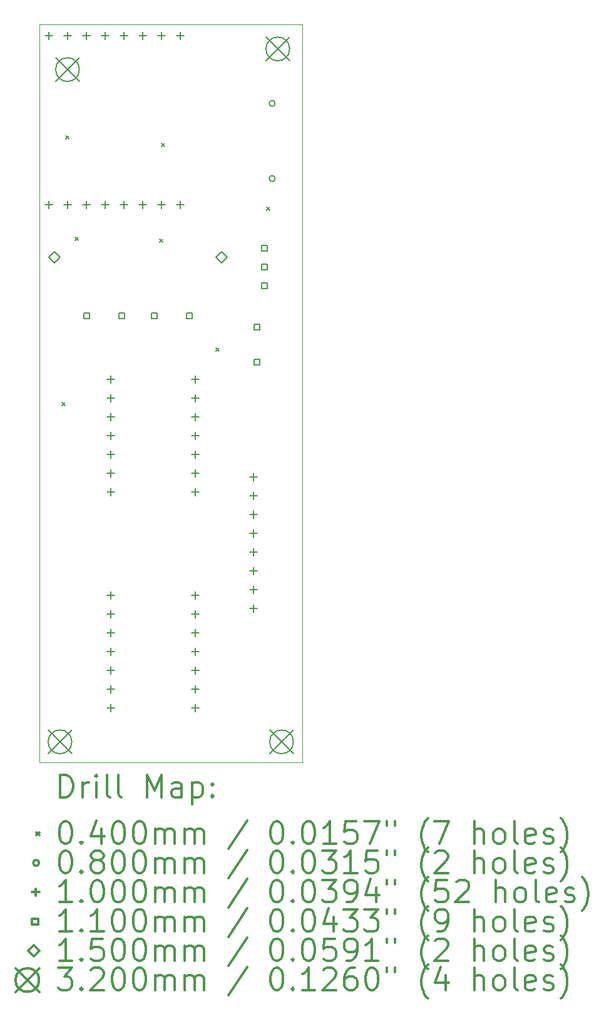
<source format=gbr>
%FSLAX45Y45*%
G04 Gerber Fmt 4.5, Leading zero omitted, Abs format (unit mm)*
G04 Created by KiCad (PCBNEW (5.1.10)-1) date 2021-07-28 16:17:07*
%MOMM*%
%LPD*%
G01*
G04 APERTURE LIST*
%TA.AperFunction,Profile*%
%ADD10C,0.050000*%
%TD*%
%ADD11C,0.200000*%
%ADD12C,0.300000*%
G04 APERTURE END LIST*
D10*
X4572000Y-5054600D02*
X1016000Y-5054600D01*
X4572000Y-15036800D02*
X4572000Y-5054600D01*
X1016000Y-15036800D02*
X4572000Y-15036800D01*
X1016000Y-5054600D02*
X1016000Y-15036800D01*
D11*
X1326200Y-10165400D02*
X1366200Y-10205400D01*
X1366200Y-10165400D02*
X1326200Y-10205400D01*
X1377000Y-6558600D02*
X1417000Y-6598600D01*
X1417000Y-6558600D02*
X1377000Y-6598600D01*
X1504000Y-7930200D02*
X1544000Y-7970200D01*
X1544000Y-7930200D02*
X1504000Y-7970200D01*
X2647000Y-7955600D02*
X2687000Y-7995600D01*
X2687000Y-7955600D02*
X2647000Y-7995600D01*
X2672400Y-6660200D02*
X2712400Y-6700200D01*
X2712400Y-6660200D02*
X2672400Y-6700200D01*
X3409000Y-9428800D02*
X3449000Y-9468800D01*
X3449000Y-9428800D02*
X3409000Y-9468800D01*
X4094800Y-7523800D02*
X4134800Y-7563800D01*
X4134800Y-7523800D02*
X4094800Y-7563800D01*
X4205600Y-6121400D02*
G75*
G03*
X4205600Y-6121400I-40000J0D01*
G01*
X4205600Y-7137400D02*
G75*
G03*
X4205600Y-7137400I-40000J0D01*
G01*
X1143000Y-5157000D02*
X1143000Y-5257000D01*
X1093000Y-5207000D02*
X1193000Y-5207000D01*
X1143000Y-7443000D02*
X1143000Y-7543000D01*
X1093000Y-7493000D02*
X1193000Y-7493000D01*
X1397000Y-5157000D02*
X1397000Y-5257000D01*
X1347000Y-5207000D02*
X1447000Y-5207000D01*
X1397000Y-7443000D02*
X1397000Y-7543000D01*
X1347000Y-7493000D02*
X1447000Y-7493000D01*
X1651000Y-5157000D02*
X1651000Y-5257000D01*
X1601000Y-5207000D02*
X1701000Y-5207000D01*
X1651000Y-7443000D02*
X1651000Y-7543000D01*
X1601000Y-7493000D02*
X1701000Y-7493000D01*
X1905000Y-5157000D02*
X1905000Y-5257000D01*
X1855000Y-5207000D02*
X1955000Y-5207000D01*
X1905000Y-7443000D02*
X1905000Y-7543000D01*
X1855000Y-7493000D02*
X1955000Y-7493000D01*
X1981200Y-9805200D02*
X1981200Y-9905200D01*
X1931200Y-9855200D02*
X2031200Y-9855200D01*
X1981200Y-10059200D02*
X1981200Y-10159200D01*
X1931200Y-10109200D02*
X2031200Y-10109200D01*
X1981200Y-10313200D02*
X1981200Y-10413200D01*
X1931200Y-10363200D02*
X2031200Y-10363200D01*
X1981200Y-10567200D02*
X1981200Y-10667200D01*
X1931200Y-10617200D02*
X2031200Y-10617200D01*
X1981200Y-10821200D02*
X1981200Y-10921200D01*
X1931200Y-10871200D02*
X2031200Y-10871200D01*
X1981200Y-11075200D02*
X1981200Y-11175200D01*
X1931200Y-11125200D02*
X2031200Y-11125200D01*
X1981200Y-11329200D02*
X1981200Y-11429200D01*
X1931200Y-11379200D02*
X2031200Y-11379200D01*
X1981200Y-12726200D02*
X1981200Y-12826200D01*
X1931200Y-12776200D02*
X2031200Y-12776200D01*
X1981200Y-12980200D02*
X1981200Y-13080200D01*
X1931200Y-13030200D02*
X2031200Y-13030200D01*
X1981200Y-13234200D02*
X1981200Y-13334200D01*
X1931200Y-13284200D02*
X2031200Y-13284200D01*
X1981200Y-13488200D02*
X1981200Y-13588200D01*
X1931200Y-13538200D02*
X2031200Y-13538200D01*
X1981200Y-13742200D02*
X1981200Y-13842200D01*
X1931200Y-13792200D02*
X2031200Y-13792200D01*
X1981200Y-13996200D02*
X1981200Y-14096200D01*
X1931200Y-14046200D02*
X2031200Y-14046200D01*
X1981200Y-14250200D02*
X1981200Y-14350200D01*
X1931200Y-14300200D02*
X2031200Y-14300200D01*
X2159000Y-5157000D02*
X2159000Y-5257000D01*
X2109000Y-5207000D02*
X2209000Y-5207000D01*
X2159000Y-7443000D02*
X2159000Y-7543000D01*
X2109000Y-7493000D02*
X2209000Y-7493000D01*
X2413000Y-5157000D02*
X2413000Y-5257000D01*
X2363000Y-5207000D02*
X2463000Y-5207000D01*
X2413000Y-7443000D02*
X2413000Y-7543000D01*
X2363000Y-7493000D02*
X2463000Y-7493000D01*
X2667000Y-5157000D02*
X2667000Y-5257000D01*
X2617000Y-5207000D02*
X2717000Y-5207000D01*
X2667000Y-7443000D02*
X2667000Y-7543000D01*
X2617000Y-7493000D02*
X2717000Y-7493000D01*
X2921000Y-5157000D02*
X2921000Y-5257000D01*
X2871000Y-5207000D02*
X2971000Y-5207000D01*
X2921000Y-7443000D02*
X2921000Y-7543000D01*
X2871000Y-7493000D02*
X2971000Y-7493000D01*
X3124200Y-9805200D02*
X3124200Y-9905200D01*
X3074200Y-9855200D02*
X3174200Y-9855200D01*
X3124200Y-10059200D02*
X3124200Y-10159200D01*
X3074200Y-10109200D02*
X3174200Y-10109200D01*
X3124200Y-10313200D02*
X3124200Y-10413200D01*
X3074200Y-10363200D02*
X3174200Y-10363200D01*
X3124200Y-10567200D02*
X3124200Y-10667200D01*
X3074200Y-10617200D02*
X3174200Y-10617200D01*
X3124200Y-10821200D02*
X3124200Y-10921200D01*
X3074200Y-10871200D02*
X3174200Y-10871200D01*
X3124200Y-11075200D02*
X3124200Y-11175200D01*
X3074200Y-11125200D02*
X3174200Y-11125200D01*
X3124200Y-11329200D02*
X3124200Y-11429200D01*
X3074200Y-11379200D02*
X3174200Y-11379200D01*
X3124200Y-12726200D02*
X3124200Y-12826200D01*
X3074200Y-12776200D02*
X3174200Y-12776200D01*
X3124200Y-12980200D02*
X3124200Y-13080200D01*
X3074200Y-13030200D02*
X3174200Y-13030200D01*
X3124200Y-13234200D02*
X3124200Y-13334200D01*
X3074200Y-13284200D02*
X3174200Y-13284200D01*
X3124200Y-13488200D02*
X3124200Y-13588200D01*
X3074200Y-13538200D02*
X3174200Y-13538200D01*
X3124200Y-13742200D02*
X3124200Y-13842200D01*
X3074200Y-13792200D02*
X3174200Y-13792200D01*
X3124200Y-13996200D02*
X3124200Y-14096200D01*
X3074200Y-14046200D02*
X3174200Y-14046200D01*
X3124200Y-14250200D02*
X3124200Y-14350200D01*
X3074200Y-14300200D02*
X3174200Y-14300200D01*
X3911600Y-11126000D02*
X3911600Y-11226000D01*
X3861600Y-11176000D02*
X3961600Y-11176000D01*
X3911600Y-11380000D02*
X3911600Y-11480000D01*
X3861600Y-11430000D02*
X3961600Y-11430000D01*
X3911600Y-11634000D02*
X3911600Y-11734000D01*
X3861600Y-11684000D02*
X3961600Y-11684000D01*
X3911600Y-11888000D02*
X3911600Y-11988000D01*
X3861600Y-11938000D02*
X3961600Y-11938000D01*
X3911600Y-12142000D02*
X3911600Y-12242000D01*
X3861600Y-12192000D02*
X3961600Y-12192000D01*
X3911600Y-12396000D02*
X3911600Y-12496000D01*
X3861600Y-12446000D02*
X3961600Y-12446000D01*
X3911600Y-12650000D02*
X3911600Y-12750000D01*
X3861600Y-12700000D02*
X3961600Y-12700000D01*
X3911600Y-12904000D02*
X3911600Y-13004000D01*
X3861600Y-12954000D02*
X3961600Y-12954000D01*
X1692491Y-9030491D02*
X1692491Y-8952709D01*
X1614709Y-8952709D01*
X1614709Y-9030491D01*
X1692491Y-9030491D01*
X2172491Y-9030491D02*
X2172491Y-8952709D01*
X2094709Y-8952709D01*
X2094709Y-9030491D01*
X2172491Y-9030491D01*
X2606891Y-9030491D02*
X2606891Y-8952709D01*
X2529109Y-8952709D01*
X2529109Y-9030491D01*
X2606891Y-9030491D01*
X3086891Y-9030491D02*
X3086891Y-8952709D01*
X3009109Y-8952709D01*
X3009109Y-9030491D01*
X3086891Y-9030491D01*
X4001291Y-9182891D02*
X4001291Y-9105109D01*
X3923509Y-9105109D01*
X3923509Y-9182891D01*
X4001291Y-9182891D01*
X4001291Y-9662891D02*
X4001291Y-9585109D01*
X3923509Y-9585109D01*
X3923509Y-9662891D01*
X4001291Y-9662891D01*
X4102891Y-8116091D02*
X4102891Y-8038309D01*
X4025109Y-8038309D01*
X4025109Y-8116091D01*
X4102891Y-8116091D01*
X4102891Y-8370091D02*
X4102891Y-8292309D01*
X4025109Y-8292309D01*
X4025109Y-8370091D01*
X4102891Y-8370091D01*
X4102891Y-8624091D02*
X4102891Y-8546309D01*
X4025109Y-8546309D01*
X4025109Y-8624091D01*
X4102891Y-8624091D01*
X1219800Y-8279200D02*
X1294800Y-8204200D01*
X1219800Y-8129200D01*
X1144800Y-8204200D01*
X1219800Y-8279200D01*
X3479800Y-8279200D02*
X3554800Y-8204200D01*
X3479800Y-8129200D01*
X3404800Y-8204200D01*
X3479800Y-8279200D01*
X1135400Y-14597400D02*
X1455400Y-14917400D01*
X1455400Y-14597400D02*
X1135400Y-14917400D01*
X1455400Y-14757400D02*
G75*
G03*
X1455400Y-14757400I-160000J0D01*
G01*
X1237000Y-5504200D02*
X1557000Y-5824200D01*
X1557000Y-5504200D02*
X1237000Y-5824200D01*
X1557000Y-5664200D02*
G75*
G03*
X1557000Y-5664200I-160000J0D01*
G01*
X4081800Y-5224800D02*
X4401800Y-5544800D01*
X4401800Y-5224800D02*
X4081800Y-5544800D01*
X4401800Y-5384800D02*
G75*
G03*
X4401800Y-5384800I-160000J0D01*
G01*
X4132600Y-14597400D02*
X4452600Y-14917400D01*
X4452600Y-14597400D02*
X4132600Y-14917400D01*
X4452600Y-14757400D02*
G75*
G03*
X4452600Y-14757400I-160000J0D01*
G01*
D12*
X1299928Y-15505014D02*
X1299928Y-15205014D01*
X1371357Y-15205014D01*
X1414214Y-15219300D01*
X1442786Y-15247871D01*
X1457071Y-15276443D01*
X1471357Y-15333586D01*
X1471357Y-15376443D01*
X1457071Y-15433586D01*
X1442786Y-15462157D01*
X1414214Y-15490729D01*
X1371357Y-15505014D01*
X1299928Y-15505014D01*
X1599928Y-15505014D02*
X1599928Y-15305014D01*
X1599928Y-15362157D02*
X1614214Y-15333586D01*
X1628500Y-15319300D01*
X1657071Y-15305014D01*
X1685643Y-15305014D01*
X1785643Y-15505014D02*
X1785643Y-15305014D01*
X1785643Y-15205014D02*
X1771357Y-15219300D01*
X1785643Y-15233586D01*
X1799928Y-15219300D01*
X1785643Y-15205014D01*
X1785643Y-15233586D01*
X1971357Y-15505014D02*
X1942786Y-15490729D01*
X1928500Y-15462157D01*
X1928500Y-15205014D01*
X2128500Y-15505014D02*
X2099928Y-15490729D01*
X2085643Y-15462157D01*
X2085643Y-15205014D01*
X2471357Y-15505014D02*
X2471357Y-15205014D01*
X2571357Y-15419300D01*
X2671357Y-15205014D01*
X2671357Y-15505014D01*
X2942786Y-15505014D02*
X2942786Y-15347871D01*
X2928500Y-15319300D01*
X2899928Y-15305014D01*
X2842786Y-15305014D01*
X2814214Y-15319300D01*
X2942786Y-15490729D02*
X2914214Y-15505014D01*
X2842786Y-15505014D01*
X2814214Y-15490729D01*
X2799928Y-15462157D01*
X2799928Y-15433586D01*
X2814214Y-15405014D01*
X2842786Y-15390729D01*
X2914214Y-15390729D01*
X2942786Y-15376443D01*
X3085643Y-15305014D02*
X3085643Y-15605014D01*
X3085643Y-15319300D02*
X3114214Y-15305014D01*
X3171357Y-15305014D01*
X3199928Y-15319300D01*
X3214214Y-15333586D01*
X3228500Y-15362157D01*
X3228500Y-15447871D01*
X3214214Y-15476443D01*
X3199928Y-15490729D01*
X3171357Y-15505014D01*
X3114214Y-15505014D01*
X3085643Y-15490729D01*
X3357071Y-15476443D02*
X3371357Y-15490729D01*
X3357071Y-15505014D01*
X3342786Y-15490729D01*
X3357071Y-15476443D01*
X3357071Y-15505014D01*
X3357071Y-15319300D02*
X3371357Y-15333586D01*
X3357071Y-15347871D01*
X3342786Y-15333586D01*
X3357071Y-15319300D01*
X3357071Y-15347871D01*
X973500Y-15979300D02*
X1013500Y-16019300D01*
X1013500Y-15979300D02*
X973500Y-16019300D01*
X1357071Y-15835014D02*
X1385643Y-15835014D01*
X1414214Y-15849300D01*
X1428500Y-15863586D01*
X1442786Y-15892157D01*
X1457071Y-15949300D01*
X1457071Y-16020729D01*
X1442786Y-16077871D01*
X1428500Y-16106443D01*
X1414214Y-16120729D01*
X1385643Y-16135014D01*
X1357071Y-16135014D01*
X1328500Y-16120729D01*
X1314214Y-16106443D01*
X1299928Y-16077871D01*
X1285643Y-16020729D01*
X1285643Y-15949300D01*
X1299928Y-15892157D01*
X1314214Y-15863586D01*
X1328500Y-15849300D01*
X1357071Y-15835014D01*
X1585643Y-16106443D02*
X1599928Y-16120729D01*
X1585643Y-16135014D01*
X1571357Y-16120729D01*
X1585643Y-16106443D01*
X1585643Y-16135014D01*
X1857071Y-15935014D02*
X1857071Y-16135014D01*
X1785643Y-15820729D02*
X1714214Y-16035014D01*
X1899928Y-16035014D01*
X2071357Y-15835014D02*
X2099928Y-15835014D01*
X2128500Y-15849300D01*
X2142786Y-15863586D01*
X2157071Y-15892157D01*
X2171357Y-15949300D01*
X2171357Y-16020729D01*
X2157071Y-16077871D01*
X2142786Y-16106443D01*
X2128500Y-16120729D01*
X2099928Y-16135014D01*
X2071357Y-16135014D01*
X2042786Y-16120729D01*
X2028500Y-16106443D01*
X2014214Y-16077871D01*
X1999928Y-16020729D01*
X1999928Y-15949300D01*
X2014214Y-15892157D01*
X2028500Y-15863586D01*
X2042786Y-15849300D01*
X2071357Y-15835014D01*
X2357071Y-15835014D02*
X2385643Y-15835014D01*
X2414214Y-15849300D01*
X2428500Y-15863586D01*
X2442786Y-15892157D01*
X2457071Y-15949300D01*
X2457071Y-16020729D01*
X2442786Y-16077871D01*
X2428500Y-16106443D01*
X2414214Y-16120729D01*
X2385643Y-16135014D01*
X2357071Y-16135014D01*
X2328500Y-16120729D01*
X2314214Y-16106443D01*
X2299928Y-16077871D01*
X2285643Y-16020729D01*
X2285643Y-15949300D01*
X2299928Y-15892157D01*
X2314214Y-15863586D01*
X2328500Y-15849300D01*
X2357071Y-15835014D01*
X2585643Y-16135014D02*
X2585643Y-15935014D01*
X2585643Y-15963586D02*
X2599928Y-15949300D01*
X2628500Y-15935014D01*
X2671357Y-15935014D01*
X2699928Y-15949300D01*
X2714214Y-15977871D01*
X2714214Y-16135014D01*
X2714214Y-15977871D02*
X2728500Y-15949300D01*
X2757071Y-15935014D01*
X2799928Y-15935014D01*
X2828500Y-15949300D01*
X2842786Y-15977871D01*
X2842786Y-16135014D01*
X2985643Y-16135014D02*
X2985643Y-15935014D01*
X2985643Y-15963586D02*
X2999928Y-15949300D01*
X3028500Y-15935014D01*
X3071357Y-15935014D01*
X3099928Y-15949300D01*
X3114214Y-15977871D01*
X3114214Y-16135014D01*
X3114214Y-15977871D02*
X3128500Y-15949300D01*
X3157071Y-15935014D01*
X3199928Y-15935014D01*
X3228500Y-15949300D01*
X3242786Y-15977871D01*
X3242786Y-16135014D01*
X3828500Y-15820729D02*
X3571357Y-16206443D01*
X4214214Y-15835014D02*
X4242786Y-15835014D01*
X4271357Y-15849300D01*
X4285643Y-15863586D01*
X4299928Y-15892157D01*
X4314214Y-15949300D01*
X4314214Y-16020729D01*
X4299928Y-16077871D01*
X4285643Y-16106443D01*
X4271357Y-16120729D01*
X4242786Y-16135014D01*
X4214214Y-16135014D01*
X4185643Y-16120729D01*
X4171357Y-16106443D01*
X4157071Y-16077871D01*
X4142786Y-16020729D01*
X4142786Y-15949300D01*
X4157071Y-15892157D01*
X4171357Y-15863586D01*
X4185643Y-15849300D01*
X4214214Y-15835014D01*
X4442786Y-16106443D02*
X4457071Y-16120729D01*
X4442786Y-16135014D01*
X4428500Y-16120729D01*
X4442786Y-16106443D01*
X4442786Y-16135014D01*
X4642786Y-15835014D02*
X4671357Y-15835014D01*
X4699928Y-15849300D01*
X4714214Y-15863586D01*
X4728500Y-15892157D01*
X4742786Y-15949300D01*
X4742786Y-16020729D01*
X4728500Y-16077871D01*
X4714214Y-16106443D01*
X4699928Y-16120729D01*
X4671357Y-16135014D01*
X4642786Y-16135014D01*
X4614214Y-16120729D01*
X4599928Y-16106443D01*
X4585643Y-16077871D01*
X4571357Y-16020729D01*
X4571357Y-15949300D01*
X4585643Y-15892157D01*
X4599928Y-15863586D01*
X4614214Y-15849300D01*
X4642786Y-15835014D01*
X5028500Y-16135014D02*
X4857071Y-16135014D01*
X4942786Y-16135014D02*
X4942786Y-15835014D01*
X4914214Y-15877871D01*
X4885643Y-15906443D01*
X4857071Y-15920729D01*
X5299928Y-15835014D02*
X5157071Y-15835014D01*
X5142786Y-15977871D01*
X5157071Y-15963586D01*
X5185643Y-15949300D01*
X5257071Y-15949300D01*
X5285643Y-15963586D01*
X5299928Y-15977871D01*
X5314214Y-16006443D01*
X5314214Y-16077871D01*
X5299928Y-16106443D01*
X5285643Y-16120729D01*
X5257071Y-16135014D01*
X5185643Y-16135014D01*
X5157071Y-16120729D01*
X5142786Y-16106443D01*
X5414214Y-15835014D02*
X5614214Y-15835014D01*
X5485643Y-16135014D01*
X5714214Y-15835014D02*
X5714214Y-15892157D01*
X5828500Y-15835014D02*
X5828500Y-15892157D01*
X6271357Y-16249300D02*
X6257071Y-16235014D01*
X6228500Y-16192157D01*
X6214214Y-16163586D01*
X6199928Y-16120729D01*
X6185643Y-16049300D01*
X6185643Y-15992157D01*
X6199928Y-15920729D01*
X6214214Y-15877871D01*
X6228500Y-15849300D01*
X6257071Y-15806443D01*
X6271357Y-15792157D01*
X6357071Y-15835014D02*
X6557071Y-15835014D01*
X6428500Y-16135014D01*
X6899928Y-16135014D02*
X6899928Y-15835014D01*
X7028500Y-16135014D02*
X7028500Y-15977871D01*
X7014214Y-15949300D01*
X6985643Y-15935014D01*
X6942786Y-15935014D01*
X6914214Y-15949300D01*
X6899928Y-15963586D01*
X7214214Y-16135014D02*
X7185643Y-16120729D01*
X7171357Y-16106443D01*
X7157071Y-16077871D01*
X7157071Y-15992157D01*
X7171357Y-15963586D01*
X7185643Y-15949300D01*
X7214214Y-15935014D01*
X7257071Y-15935014D01*
X7285643Y-15949300D01*
X7299928Y-15963586D01*
X7314214Y-15992157D01*
X7314214Y-16077871D01*
X7299928Y-16106443D01*
X7285643Y-16120729D01*
X7257071Y-16135014D01*
X7214214Y-16135014D01*
X7485643Y-16135014D02*
X7457071Y-16120729D01*
X7442786Y-16092157D01*
X7442786Y-15835014D01*
X7714214Y-16120729D02*
X7685643Y-16135014D01*
X7628500Y-16135014D01*
X7599928Y-16120729D01*
X7585643Y-16092157D01*
X7585643Y-15977871D01*
X7599928Y-15949300D01*
X7628500Y-15935014D01*
X7685643Y-15935014D01*
X7714214Y-15949300D01*
X7728500Y-15977871D01*
X7728500Y-16006443D01*
X7585643Y-16035014D01*
X7842786Y-16120729D02*
X7871357Y-16135014D01*
X7928500Y-16135014D01*
X7957071Y-16120729D01*
X7971357Y-16092157D01*
X7971357Y-16077871D01*
X7957071Y-16049300D01*
X7928500Y-16035014D01*
X7885643Y-16035014D01*
X7857071Y-16020729D01*
X7842786Y-15992157D01*
X7842786Y-15977871D01*
X7857071Y-15949300D01*
X7885643Y-15935014D01*
X7928500Y-15935014D01*
X7957071Y-15949300D01*
X8071357Y-16249300D02*
X8085643Y-16235014D01*
X8114214Y-16192157D01*
X8128500Y-16163586D01*
X8142786Y-16120729D01*
X8157071Y-16049300D01*
X8157071Y-15992157D01*
X8142786Y-15920729D01*
X8128500Y-15877871D01*
X8114214Y-15849300D01*
X8085643Y-15806443D01*
X8071357Y-15792157D01*
X1013500Y-16395300D02*
G75*
G03*
X1013500Y-16395300I-40000J0D01*
G01*
X1357071Y-16231014D02*
X1385643Y-16231014D01*
X1414214Y-16245300D01*
X1428500Y-16259586D01*
X1442786Y-16288157D01*
X1457071Y-16345300D01*
X1457071Y-16416729D01*
X1442786Y-16473871D01*
X1428500Y-16502443D01*
X1414214Y-16516729D01*
X1385643Y-16531014D01*
X1357071Y-16531014D01*
X1328500Y-16516729D01*
X1314214Y-16502443D01*
X1299928Y-16473871D01*
X1285643Y-16416729D01*
X1285643Y-16345300D01*
X1299928Y-16288157D01*
X1314214Y-16259586D01*
X1328500Y-16245300D01*
X1357071Y-16231014D01*
X1585643Y-16502443D02*
X1599928Y-16516729D01*
X1585643Y-16531014D01*
X1571357Y-16516729D01*
X1585643Y-16502443D01*
X1585643Y-16531014D01*
X1771357Y-16359586D02*
X1742786Y-16345300D01*
X1728500Y-16331014D01*
X1714214Y-16302443D01*
X1714214Y-16288157D01*
X1728500Y-16259586D01*
X1742786Y-16245300D01*
X1771357Y-16231014D01*
X1828500Y-16231014D01*
X1857071Y-16245300D01*
X1871357Y-16259586D01*
X1885643Y-16288157D01*
X1885643Y-16302443D01*
X1871357Y-16331014D01*
X1857071Y-16345300D01*
X1828500Y-16359586D01*
X1771357Y-16359586D01*
X1742786Y-16373871D01*
X1728500Y-16388157D01*
X1714214Y-16416729D01*
X1714214Y-16473871D01*
X1728500Y-16502443D01*
X1742786Y-16516729D01*
X1771357Y-16531014D01*
X1828500Y-16531014D01*
X1857071Y-16516729D01*
X1871357Y-16502443D01*
X1885643Y-16473871D01*
X1885643Y-16416729D01*
X1871357Y-16388157D01*
X1857071Y-16373871D01*
X1828500Y-16359586D01*
X2071357Y-16231014D02*
X2099928Y-16231014D01*
X2128500Y-16245300D01*
X2142786Y-16259586D01*
X2157071Y-16288157D01*
X2171357Y-16345300D01*
X2171357Y-16416729D01*
X2157071Y-16473871D01*
X2142786Y-16502443D01*
X2128500Y-16516729D01*
X2099928Y-16531014D01*
X2071357Y-16531014D01*
X2042786Y-16516729D01*
X2028500Y-16502443D01*
X2014214Y-16473871D01*
X1999928Y-16416729D01*
X1999928Y-16345300D01*
X2014214Y-16288157D01*
X2028500Y-16259586D01*
X2042786Y-16245300D01*
X2071357Y-16231014D01*
X2357071Y-16231014D02*
X2385643Y-16231014D01*
X2414214Y-16245300D01*
X2428500Y-16259586D01*
X2442786Y-16288157D01*
X2457071Y-16345300D01*
X2457071Y-16416729D01*
X2442786Y-16473871D01*
X2428500Y-16502443D01*
X2414214Y-16516729D01*
X2385643Y-16531014D01*
X2357071Y-16531014D01*
X2328500Y-16516729D01*
X2314214Y-16502443D01*
X2299928Y-16473871D01*
X2285643Y-16416729D01*
X2285643Y-16345300D01*
X2299928Y-16288157D01*
X2314214Y-16259586D01*
X2328500Y-16245300D01*
X2357071Y-16231014D01*
X2585643Y-16531014D02*
X2585643Y-16331014D01*
X2585643Y-16359586D02*
X2599928Y-16345300D01*
X2628500Y-16331014D01*
X2671357Y-16331014D01*
X2699928Y-16345300D01*
X2714214Y-16373871D01*
X2714214Y-16531014D01*
X2714214Y-16373871D02*
X2728500Y-16345300D01*
X2757071Y-16331014D01*
X2799928Y-16331014D01*
X2828500Y-16345300D01*
X2842786Y-16373871D01*
X2842786Y-16531014D01*
X2985643Y-16531014D02*
X2985643Y-16331014D01*
X2985643Y-16359586D02*
X2999928Y-16345300D01*
X3028500Y-16331014D01*
X3071357Y-16331014D01*
X3099928Y-16345300D01*
X3114214Y-16373871D01*
X3114214Y-16531014D01*
X3114214Y-16373871D02*
X3128500Y-16345300D01*
X3157071Y-16331014D01*
X3199928Y-16331014D01*
X3228500Y-16345300D01*
X3242786Y-16373871D01*
X3242786Y-16531014D01*
X3828500Y-16216729D02*
X3571357Y-16602443D01*
X4214214Y-16231014D02*
X4242786Y-16231014D01*
X4271357Y-16245300D01*
X4285643Y-16259586D01*
X4299928Y-16288157D01*
X4314214Y-16345300D01*
X4314214Y-16416729D01*
X4299928Y-16473871D01*
X4285643Y-16502443D01*
X4271357Y-16516729D01*
X4242786Y-16531014D01*
X4214214Y-16531014D01*
X4185643Y-16516729D01*
X4171357Y-16502443D01*
X4157071Y-16473871D01*
X4142786Y-16416729D01*
X4142786Y-16345300D01*
X4157071Y-16288157D01*
X4171357Y-16259586D01*
X4185643Y-16245300D01*
X4214214Y-16231014D01*
X4442786Y-16502443D02*
X4457071Y-16516729D01*
X4442786Y-16531014D01*
X4428500Y-16516729D01*
X4442786Y-16502443D01*
X4442786Y-16531014D01*
X4642786Y-16231014D02*
X4671357Y-16231014D01*
X4699928Y-16245300D01*
X4714214Y-16259586D01*
X4728500Y-16288157D01*
X4742786Y-16345300D01*
X4742786Y-16416729D01*
X4728500Y-16473871D01*
X4714214Y-16502443D01*
X4699928Y-16516729D01*
X4671357Y-16531014D01*
X4642786Y-16531014D01*
X4614214Y-16516729D01*
X4599928Y-16502443D01*
X4585643Y-16473871D01*
X4571357Y-16416729D01*
X4571357Y-16345300D01*
X4585643Y-16288157D01*
X4599928Y-16259586D01*
X4614214Y-16245300D01*
X4642786Y-16231014D01*
X4842786Y-16231014D02*
X5028500Y-16231014D01*
X4928500Y-16345300D01*
X4971357Y-16345300D01*
X4999928Y-16359586D01*
X5014214Y-16373871D01*
X5028500Y-16402443D01*
X5028500Y-16473871D01*
X5014214Y-16502443D01*
X4999928Y-16516729D01*
X4971357Y-16531014D01*
X4885643Y-16531014D01*
X4857071Y-16516729D01*
X4842786Y-16502443D01*
X5314214Y-16531014D02*
X5142786Y-16531014D01*
X5228500Y-16531014D02*
X5228500Y-16231014D01*
X5199928Y-16273871D01*
X5171357Y-16302443D01*
X5142786Y-16316729D01*
X5585643Y-16231014D02*
X5442786Y-16231014D01*
X5428500Y-16373871D01*
X5442786Y-16359586D01*
X5471357Y-16345300D01*
X5542786Y-16345300D01*
X5571357Y-16359586D01*
X5585643Y-16373871D01*
X5599928Y-16402443D01*
X5599928Y-16473871D01*
X5585643Y-16502443D01*
X5571357Y-16516729D01*
X5542786Y-16531014D01*
X5471357Y-16531014D01*
X5442786Y-16516729D01*
X5428500Y-16502443D01*
X5714214Y-16231014D02*
X5714214Y-16288157D01*
X5828500Y-16231014D02*
X5828500Y-16288157D01*
X6271357Y-16645300D02*
X6257071Y-16631014D01*
X6228500Y-16588157D01*
X6214214Y-16559586D01*
X6199928Y-16516729D01*
X6185643Y-16445300D01*
X6185643Y-16388157D01*
X6199928Y-16316729D01*
X6214214Y-16273871D01*
X6228500Y-16245300D01*
X6257071Y-16202443D01*
X6271357Y-16188157D01*
X6371357Y-16259586D02*
X6385643Y-16245300D01*
X6414214Y-16231014D01*
X6485643Y-16231014D01*
X6514214Y-16245300D01*
X6528500Y-16259586D01*
X6542786Y-16288157D01*
X6542786Y-16316729D01*
X6528500Y-16359586D01*
X6357071Y-16531014D01*
X6542786Y-16531014D01*
X6899928Y-16531014D02*
X6899928Y-16231014D01*
X7028500Y-16531014D02*
X7028500Y-16373871D01*
X7014214Y-16345300D01*
X6985643Y-16331014D01*
X6942786Y-16331014D01*
X6914214Y-16345300D01*
X6899928Y-16359586D01*
X7214214Y-16531014D02*
X7185643Y-16516729D01*
X7171357Y-16502443D01*
X7157071Y-16473871D01*
X7157071Y-16388157D01*
X7171357Y-16359586D01*
X7185643Y-16345300D01*
X7214214Y-16331014D01*
X7257071Y-16331014D01*
X7285643Y-16345300D01*
X7299928Y-16359586D01*
X7314214Y-16388157D01*
X7314214Y-16473871D01*
X7299928Y-16502443D01*
X7285643Y-16516729D01*
X7257071Y-16531014D01*
X7214214Y-16531014D01*
X7485643Y-16531014D02*
X7457071Y-16516729D01*
X7442786Y-16488157D01*
X7442786Y-16231014D01*
X7714214Y-16516729D02*
X7685643Y-16531014D01*
X7628500Y-16531014D01*
X7599928Y-16516729D01*
X7585643Y-16488157D01*
X7585643Y-16373871D01*
X7599928Y-16345300D01*
X7628500Y-16331014D01*
X7685643Y-16331014D01*
X7714214Y-16345300D01*
X7728500Y-16373871D01*
X7728500Y-16402443D01*
X7585643Y-16431014D01*
X7842786Y-16516729D02*
X7871357Y-16531014D01*
X7928500Y-16531014D01*
X7957071Y-16516729D01*
X7971357Y-16488157D01*
X7971357Y-16473871D01*
X7957071Y-16445300D01*
X7928500Y-16431014D01*
X7885643Y-16431014D01*
X7857071Y-16416729D01*
X7842786Y-16388157D01*
X7842786Y-16373871D01*
X7857071Y-16345300D01*
X7885643Y-16331014D01*
X7928500Y-16331014D01*
X7957071Y-16345300D01*
X8071357Y-16645300D02*
X8085643Y-16631014D01*
X8114214Y-16588157D01*
X8128500Y-16559586D01*
X8142786Y-16516729D01*
X8157071Y-16445300D01*
X8157071Y-16388157D01*
X8142786Y-16316729D01*
X8128500Y-16273871D01*
X8114214Y-16245300D01*
X8085643Y-16202443D01*
X8071357Y-16188157D01*
X963500Y-16741300D02*
X963500Y-16841300D01*
X913500Y-16791300D02*
X1013500Y-16791300D01*
X1457071Y-16927014D02*
X1285643Y-16927014D01*
X1371357Y-16927014D02*
X1371357Y-16627014D01*
X1342786Y-16669871D01*
X1314214Y-16698443D01*
X1285643Y-16712729D01*
X1585643Y-16898443D02*
X1599928Y-16912729D01*
X1585643Y-16927014D01*
X1571357Y-16912729D01*
X1585643Y-16898443D01*
X1585643Y-16927014D01*
X1785643Y-16627014D02*
X1814214Y-16627014D01*
X1842786Y-16641300D01*
X1857071Y-16655586D01*
X1871357Y-16684157D01*
X1885643Y-16741300D01*
X1885643Y-16812729D01*
X1871357Y-16869872D01*
X1857071Y-16898443D01*
X1842786Y-16912729D01*
X1814214Y-16927014D01*
X1785643Y-16927014D01*
X1757071Y-16912729D01*
X1742786Y-16898443D01*
X1728500Y-16869872D01*
X1714214Y-16812729D01*
X1714214Y-16741300D01*
X1728500Y-16684157D01*
X1742786Y-16655586D01*
X1757071Y-16641300D01*
X1785643Y-16627014D01*
X2071357Y-16627014D02*
X2099928Y-16627014D01*
X2128500Y-16641300D01*
X2142786Y-16655586D01*
X2157071Y-16684157D01*
X2171357Y-16741300D01*
X2171357Y-16812729D01*
X2157071Y-16869872D01*
X2142786Y-16898443D01*
X2128500Y-16912729D01*
X2099928Y-16927014D01*
X2071357Y-16927014D01*
X2042786Y-16912729D01*
X2028500Y-16898443D01*
X2014214Y-16869872D01*
X1999928Y-16812729D01*
X1999928Y-16741300D01*
X2014214Y-16684157D01*
X2028500Y-16655586D01*
X2042786Y-16641300D01*
X2071357Y-16627014D01*
X2357071Y-16627014D02*
X2385643Y-16627014D01*
X2414214Y-16641300D01*
X2428500Y-16655586D01*
X2442786Y-16684157D01*
X2457071Y-16741300D01*
X2457071Y-16812729D01*
X2442786Y-16869872D01*
X2428500Y-16898443D01*
X2414214Y-16912729D01*
X2385643Y-16927014D01*
X2357071Y-16927014D01*
X2328500Y-16912729D01*
X2314214Y-16898443D01*
X2299928Y-16869872D01*
X2285643Y-16812729D01*
X2285643Y-16741300D01*
X2299928Y-16684157D01*
X2314214Y-16655586D01*
X2328500Y-16641300D01*
X2357071Y-16627014D01*
X2585643Y-16927014D02*
X2585643Y-16727014D01*
X2585643Y-16755586D02*
X2599928Y-16741300D01*
X2628500Y-16727014D01*
X2671357Y-16727014D01*
X2699928Y-16741300D01*
X2714214Y-16769871D01*
X2714214Y-16927014D01*
X2714214Y-16769871D02*
X2728500Y-16741300D01*
X2757071Y-16727014D01*
X2799928Y-16727014D01*
X2828500Y-16741300D01*
X2842786Y-16769871D01*
X2842786Y-16927014D01*
X2985643Y-16927014D02*
X2985643Y-16727014D01*
X2985643Y-16755586D02*
X2999928Y-16741300D01*
X3028500Y-16727014D01*
X3071357Y-16727014D01*
X3099928Y-16741300D01*
X3114214Y-16769871D01*
X3114214Y-16927014D01*
X3114214Y-16769871D02*
X3128500Y-16741300D01*
X3157071Y-16727014D01*
X3199928Y-16727014D01*
X3228500Y-16741300D01*
X3242786Y-16769871D01*
X3242786Y-16927014D01*
X3828500Y-16612729D02*
X3571357Y-16998443D01*
X4214214Y-16627014D02*
X4242786Y-16627014D01*
X4271357Y-16641300D01*
X4285643Y-16655586D01*
X4299928Y-16684157D01*
X4314214Y-16741300D01*
X4314214Y-16812729D01*
X4299928Y-16869872D01*
X4285643Y-16898443D01*
X4271357Y-16912729D01*
X4242786Y-16927014D01*
X4214214Y-16927014D01*
X4185643Y-16912729D01*
X4171357Y-16898443D01*
X4157071Y-16869872D01*
X4142786Y-16812729D01*
X4142786Y-16741300D01*
X4157071Y-16684157D01*
X4171357Y-16655586D01*
X4185643Y-16641300D01*
X4214214Y-16627014D01*
X4442786Y-16898443D02*
X4457071Y-16912729D01*
X4442786Y-16927014D01*
X4428500Y-16912729D01*
X4442786Y-16898443D01*
X4442786Y-16927014D01*
X4642786Y-16627014D02*
X4671357Y-16627014D01*
X4699928Y-16641300D01*
X4714214Y-16655586D01*
X4728500Y-16684157D01*
X4742786Y-16741300D01*
X4742786Y-16812729D01*
X4728500Y-16869872D01*
X4714214Y-16898443D01*
X4699928Y-16912729D01*
X4671357Y-16927014D01*
X4642786Y-16927014D01*
X4614214Y-16912729D01*
X4599928Y-16898443D01*
X4585643Y-16869872D01*
X4571357Y-16812729D01*
X4571357Y-16741300D01*
X4585643Y-16684157D01*
X4599928Y-16655586D01*
X4614214Y-16641300D01*
X4642786Y-16627014D01*
X4842786Y-16627014D02*
X5028500Y-16627014D01*
X4928500Y-16741300D01*
X4971357Y-16741300D01*
X4999928Y-16755586D01*
X5014214Y-16769871D01*
X5028500Y-16798443D01*
X5028500Y-16869872D01*
X5014214Y-16898443D01*
X4999928Y-16912729D01*
X4971357Y-16927014D01*
X4885643Y-16927014D01*
X4857071Y-16912729D01*
X4842786Y-16898443D01*
X5171357Y-16927014D02*
X5228500Y-16927014D01*
X5257071Y-16912729D01*
X5271357Y-16898443D01*
X5299928Y-16855586D01*
X5314214Y-16798443D01*
X5314214Y-16684157D01*
X5299928Y-16655586D01*
X5285643Y-16641300D01*
X5257071Y-16627014D01*
X5199928Y-16627014D01*
X5171357Y-16641300D01*
X5157071Y-16655586D01*
X5142786Y-16684157D01*
X5142786Y-16755586D01*
X5157071Y-16784157D01*
X5171357Y-16798443D01*
X5199928Y-16812729D01*
X5257071Y-16812729D01*
X5285643Y-16798443D01*
X5299928Y-16784157D01*
X5314214Y-16755586D01*
X5571357Y-16727014D02*
X5571357Y-16927014D01*
X5499928Y-16612729D02*
X5428500Y-16827014D01*
X5614214Y-16827014D01*
X5714214Y-16627014D02*
X5714214Y-16684157D01*
X5828500Y-16627014D02*
X5828500Y-16684157D01*
X6271357Y-17041300D02*
X6257071Y-17027014D01*
X6228500Y-16984157D01*
X6214214Y-16955586D01*
X6199928Y-16912729D01*
X6185643Y-16841300D01*
X6185643Y-16784157D01*
X6199928Y-16712729D01*
X6214214Y-16669871D01*
X6228500Y-16641300D01*
X6257071Y-16598443D01*
X6271357Y-16584157D01*
X6528500Y-16627014D02*
X6385643Y-16627014D01*
X6371357Y-16769871D01*
X6385643Y-16755586D01*
X6414214Y-16741300D01*
X6485643Y-16741300D01*
X6514214Y-16755586D01*
X6528500Y-16769871D01*
X6542786Y-16798443D01*
X6542786Y-16869872D01*
X6528500Y-16898443D01*
X6514214Y-16912729D01*
X6485643Y-16927014D01*
X6414214Y-16927014D01*
X6385643Y-16912729D01*
X6371357Y-16898443D01*
X6657071Y-16655586D02*
X6671357Y-16641300D01*
X6699928Y-16627014D01*
X6771357Y-16627014D01*
X6799928Y-16641300D01*
X6814214Y-16655586D01*
X6828500Y-16684157D01*
X6828500Y-16712729D01*
X6814214Y-16755586D01*
X6642786Y-16927014D01*
X6828500Y-16927014D01*
X7185643Y-16927014D02*
X7185643Y-16627014D01*
X7314214Y-16927014D02*
X7314214Y-16769871D01*
X7299928Y-16741300D01*
X7271357Y-16727014D01*
X7228500Y-16727014D01*
X7199928Y-16741300D01*
X7185643Y-16755586D01*
X7499928Y-16927014D02*
X7471357Y-16912729D01*
X7457071Y-16898443D01*
X7442786Y-16869872D01*
X7442786Y-16784157D01*
X7457071Y-16755586D01*
X7471357Y-16741300D01*
X7499928Y-16727014D01*
X7542786Y-16727014D01*
X7571357Y-16741300D01*
X7585643Y-16755586D01*
X7599928Y-16784157D01*
X7599928Y-16869872D01*
X7585643Y-16898443D01*
X7571357Y-16912729D01*
X7542786Y-16927014D01*
X7499928Y-16927014D01*
X7771357Y-16927014D02*
X7742786Y-16912729D01*
X7728500Y-16884157D01*
X7728500Y-16627014D01*
X7999928Y-16912729D02*
X7971357Y-16927014D01*
X7914214Y-16927014D01*
X7885643Y-16912729D01*
X7871357Y-16884157D01*
X7871357Y-16769871D01*
X7885643Y-16741300D01*
X7914214Y-16727014D01*
X7971357Y-16727014D01*
X7999928Y-16741300D01*
X8014214Y-16769871D01*
X8014214Y-16798443D01*
X7871357Y-16827014D01*
X8128500Y-16912729D02*
X8157071Y-16927014D01*
X8214214Y-16927014D01*
X8242786Y-16912729D01*
X8257071Y-16884157D01*
X8257071Y-16869872D01*
X8242786Y-16841300D01*
X8214214Y-16827014D01*
X8171357Y-16827014D01*
X8142786Y-16812729D01*
X8128500Y-16784157D01*
X8128500Y-16769871D01*
X8142786Y-16741300D01*
X8171357Y-16727014D01*
X8214214Y-16727014D01*
X8242786Y-16741300D01*
X8357071Y-17041300D02*
X8371357Y-17027014D01*
X8399928Y-16984157D01*
X8414214Y-16955586D01*
X8428500Y-16912729D01*
X8442786Y-16841300D01*
X8442786Y-16784157D01*
X8428500Y-16712729D01*
X8414214Y-16669871D01*
X8399928Y-16641300D01*
X8371357Y-16598443D01*
X8357071Y-16584157D01*
X997391Y-17226191D02*
X997391Y-17148409D01*
X919609Y-17148409D01*
X919609Y-17226191D01*
X997391Y-17226191D01*
X1457071Y-17323014D02*
X1285643Y-17323014D01*
X1371357Y-17323014D02*
X1371357Y-17023014D01*
X1342786Y-17065872D01*
X1314214Y-17094443D01*
X1285643Y-17108729D01*
X1585643Y-17294443D02*
X1599928Y-17308729D01*
X1585643Y-17323014D01*
X1571357Y-17308729D01*
X1585643Y-17294443D01*
X1585643Y-17323014D01*
X1885643Y-17323014D02*
X1714214Y-17323014D01*
X1799928Y-17323014D02*
X1799928Y-17023014D01*
X1771357Y-17065872D01*
X1742786Y-17094443D01*
X1714214Y-17108729D01*
X2071357Y-17023014D02*
X2099928Y-17023014D01*
X2128500Y-17037300D01*
X2142786Y-17051586D01*
X2157071Y-17080157D01*
X2171357Y-17137300D01*
X2171357Y-17208729D01*
X2157071Y-17265872D01*
X2142786Y-17294443D01*
X2128500Y-17308729D01*
X2099928Y-17323014D01*
X2071357Y-17323014D01*
X2042786Y-17308729D01*
X2028500Y-17294443D01*
X2014214Y-17265872D01*
X1999928Y-17208729D01*
X1999928Y-17137300D01*
X2014214Y-17080157D01*
X2028500Y-17051586D01*
X2042786Y-17037300D01*
X2071357Y-17023014D01*
X2357071Y-17023014D02*
X2385643Y-17023014D01*
X2414214Y-17037300D01*
X2428500Y-17051586D01*
X2442786Y-17080157D01*
X2457071Y-17137300D01*
X2457071Y-17208729D01*
X2442786Y-17265872D01*
X2428500Y-17294443D01*
X2414214Y-17308729D01*
X2385643Y-17323014D01*
X2357071Y-17323014D01*
X2328500Y-17308729D01*
X2314214Y-17294443D01*
X2299928Y-17265872D01*
X2285643Y-17208729D01*
X2285643Y-17137300D01*
X2299928Y-17080157D01*
X2314214Y-17051586D01*
X2328500Y-17037300D01*
X2357071Y-17023014D01*
X2585643Y-17323014D02*
X2585643Y-17123014D01*
X2585643Y-17151586D02*
X2599928Y-17137300D01*
X2628500Y-17123014D01*
X2671357Y-17123014D01*
X2699928Y-17137300D01*
X2714214Y-17165872D01*
X2714214Y-17323014D01*
X2714214Y-17165872D02*
X2728500Y-17137300D01*
X2757071Y-17123014D01*
X2799928Y-17123014D01*
X2828500Y-17137300D01*
X2842786Y-17165872D01*
X2842786Y-17323014D01*
X2985643Y-17323014D02*
X2985643Y-17123014D01*
X2985643Y-17151586D02*
X2999928Y-17137300D01*
X3028500Y-17123014D01*
X3071357Y-17123014D01*
X3099928Y-17137300D01*
X3114214Y-17165872D01*
X3114214Y-17323014D01*
X3114214Y-17165872D02*
X3128500Y-17137300D01*
X3157071Y-17123014D01*
X3199928Y-17123014D01*
X3228500Y-17137300D01*
X3242786Y-17165872D01*
X3242786Y-17323014D01*
X3828500Y-17008729D02*
X3571357Y-17394443D01*
X4214214Y-17023014D02*
X4242786Y-17023014D01*
X4271357Y-17037300D01*
X4285643Y-17051586D01*
X4299928Y-17080157D01*
X4314214Y-17137300D01*
X4314214Y-17208729D01*
X4299928Y-17265872D01*
X4285643Y-17294443D01*
X4271357Y-17308729D01*
X4242786Y-17323014D01*
X4214214Y-17323014D01*
X4185643Y-17308729D01*
X4171357Y-17294443D01*
X4157071Y-17265872D01*
X4142786Y-17208729D01*
X4142786Y-17137300D01*
X4157071Y-17080157D01*
X4171357Y-17051586D01*
X4185643Y-17037300D01*
X4214214Y-17023014D01*
X4442786Y-17294443D02*
X4457071Y-17308729D01*
X4442786Y-17323014D01*
X4428500Y-17308729D01*
X4442786Y-17294443D01*
X4442786Y-17323014D01*
X4642786Y-17023014D02*
X4671357Y-17023014D01*
X4699928Y-17037300D01*
X4714214Y-17051586D01*
X4728500Y-17080157D01*
X4742786Y-17137300D01*
X4742786Y-17208729D01*
X4728500Y-17265872D01*
X4714214Y-17294443D01*
X4699928Y-17308729D01*
X4671357Y-17323014D01*
X4642786Y-17323014D01*
X4614214Y-17308729D01*
X4599928Y-17294443D01*
X4585643Y-17265872D01*
X4571357Y-17208729D01*
X4571357Y-17137300D01*
X4585643Y-17080157D01*
X4599928Y-17051586D01*
X4614214Y-17037300D01*
X4642786Y-17023014D01*
X4999928Y-17123014D02*
X4999928Y-17323014D01*
X4928500Y-17008729D02*
X4857071Y-17223014D01*
X5042786Y-17223014D01*
X5128500Y-17023014D02*
X5314214Y-17023014D01*
X5214214Y-17137300D01*
X5257071Y-17137300D01*
X5285643Y-17151586D01*
X5299928Y-17165872D01*
X5314214Y-17194443D01*
X5314214Y-17265872D01*
X5299928Y-17294443D01*
X5285643Y-17308729D01*
X5257071Y-17323014D01*
X5171357Y-17323014D01*
X5142786Y-17308729D01*
X5128500Y-17294443D01*
X5414214Y-17023014D02*
X5599928Y-17023014D01*
X5499928Y-17137300D01*
X5542786Y-17137300D01*
X5571357Y-17151586D01*
X5585643Y-17165872D01*
X5599928Y-17194443D01*
X5599928Y-17265872D01*
X5585643Y-17294443D01*
X5571357Y-17308729D01*
X5542786Y-17323014D01*
X5457071Y-17323014D01*
X5428500Y-17308729D01*
X5414214Y-17294443D01*
X5714214Y-17023014D02*
X5714214Y-17080157D01*
X5828500Y-17023014D02*
X5828500Y-17080157D01*
X6271357Y-17437300D02*
X6257071Y-17423014D01*
X6228500Y-17380157D01*
X6214214Y-17351586D01*
X6199928Y-17308729D01*
X6185643Y-17237300D01*
X6185643Y-17180157D01*
X6199928Y-17108729D01*
X6214214Y-17065872D01*
X6228500Y-17037300D01*
X6257071Y-16994443D01*
X6271357Y-16980157D01*
X6399928Y-17323014D02*
X6457071Y-17323014D01*
X6485643Y-17308729D01*
X6499928Y-17294443D01*
X6528500Y-17251586D01*
X6542786Y-17194443D01*
X6542786Y-17080157D01*
X6528500Y-17051586D01*
X6514214Y-17037300D01*
X6485643Y-17023014D01*
X6428500Y-17023014D01*
X6399928Y-17037300D01*
X6385643Y-17051586D01*
X6371357Y-17080157D01*
X6371357Y-17151586D01*
X6385643Y-17180157D01*
X6399928Y-17194443D01*
X6428500Y-17208729D01*
X6485643Y-17208729D01*
X6514214Y-17194443D01*
X6528500Y-17180157D01*
X6542786Y-17151586D01*
X6899928Y-17323014D02*
X6899928Y-17023014D01*
X7028500Y-17323014D02*
X7028500Y-17165872D01*
X7014214Y-17137300D01*
X6985643Y-17123014D01*
X6942786Y-17123014D01*
X6914214Y-17137300D01*
X6899928Y-17151586D01*
X7214214Y-17323014D02*
X7185643Y-17308729D01*
X7171357Y-17294443D01*
X7157071Y-17265872D01*
X7157071Y-17180157D01*
X7171357Y-17151586D01*
X7185643Y-17137300D01*
X7214214Y-17123014D01*
X7257071Y-17123014D01*
X7285643Y-17137300D01*
X7299928Y-17151586D01*
X7314214Y-17180157D01*
X7314214Y-17265872D01*
X7299928Y-17294443D01*
X7285643Y-17308729D01*
X7257071Y-17323014D01*
X7214214Y-17323014D01*
X7485643Y-17323014D02*
X7457071Y-17308729D01*
X7442786Y-17280157D01*
X7442786Y-17023014D01*
X7714214Y-17308729D02*
X7685643Y-17323014D01*
X7628500Y-17323014D01*
X7599928Y-17308729D01*
X7585643Y-17280157D01*
X7585643Y-17165872D01*
X7599928Y-17137300D01*
X7628500Y-17123014D01*
X7685643Y-17123014D01*
X7714214Y-17137300D01*
X7728500Y-17165872D01*
X7728500Y-17194443D01*
X7585643Y-17223014D01*
X7842786Y-17308729D02*
X7871357Y-17323014D01*
X7928500Y-17323014D01*
X7957071Y-17308729D01*
X7971357Y-17280157D01*
X7971357Y-17265872D01*
X7957071Y-17237300D01*
X7928500Y-17223014D01*
X7885643Y-17223014D01*
X7857071Y-17208729D01*
X7842786Y-17180157D01*
X7842786Y-17165872D01*
X7857071Y-17137300D01*
X7885643Y-17123014D01*
X7928500Y-17123014D01*
X7957071Y-17137300D01*
X8071357Y-17437300D02*
X8085643Y-17423014D01*
X8114214Y-17380157D01*
X8128500Y-17351586D01*
X8142786Y-17308729D01*
X8157071Y-17237300D01*
X8157071Y-17180157D01*
X8142786Y-17108729D01*
X8128500Y-17065872D01*
X8114214Y-17037300D01*
X8085643Y-16994443D01*
X8071357Y-16980157D01*
X938500Y-17658300D02*
X1013500Y-17583300D01*
X938500Y-17508300D01*
X863500Y-17583300D01*
X938500Y-17658300D01*
X1457071Y-17719014D02*
X1285643Y-17719014D01*
X1371357Y-17719014D02*
X1371357Y-17419014D01*
X1342786Y-17461872D01*
X1314214Y-17490443D01*
X1285643Y-17504729D01*
X1585643Y-17690443D02*
X1599928Y-17704729D01*
X1585643Y-17719014D01*
X1571357Y-17704729D01*
X1585643Y-17690443D01*
X1585643Y-17719014D01*
X1871357Y-17419014D02*
X1728500Y-17419014D01*
X1714214Y-17561872D01*
X1728500Y-17547586D01*
X1757071Y-17533300D01*
X1828500Y-17533300D01*
X1857071Y-17547586D01*
X1871357Y-17561872D01*
X1885643Y-17590443D01*
X1885643Y-17661872D01*
X1871357Y-17690443D01*
X1857071Y-17704729D01*
X1828500Y-17719014D01*
X1757071Y-17719014D01*
X1728500Y-17704729D01*
X1714214Y-17690443D01*
X2071357Y-17419014D02*
X2099928Y-17419014D01*
X2128500Y-17433300D01*
X2142786Y-17447586D01*
X2157071Y-17476157D01*
X2171357Y-17533300D01*
X2171357Y-17604729D01*
X2157071Y-17661872D01*
X2142786Y-17690443D01*
X2128500Y-17704729D01*
X2099928Y-17719014D01*
X2071357Y-17719014D01*
X2042786Y-17704729D01*
X2028500Y-17690443D01*
X2014214Y-17661872D01*
X1999928Y-17604729D01*
X1999928Y-17533300D01*
X2014214Y-17476157D01*
X2028500Y-17447586D01*
X2042786Y-17433300D01*
X2071357Y-17419014D01*
X2357071Y-17419014D02*
X2385643Y-17419014D01*
X2414214Y-17433300D01*
X2428500Y-17447586D01*
X2442786Y-17476157D01*
X2457071Y-17533300D01*
X2457071Y-17604729D01*
X2442786Y-17661872D01*
X2428500Y-17690443D01*
X2414214Y-17704729D01*
X2385643Y-17719014D01*
X2357071Y-17719014D01*
X2328500Y-17704729D01*
X2314214Y-17690443D01*
X2299928Y-17661872D01*
X2285643Y-17604729D01*
X2285643Y-17533300D01*
X2299928Y-17476157D01*
X2314214Y-17447586D01*
X2328500Y-17433300D01*
X2357071Y-17419014D01*
X2585643Y-17719014D02*
X2585643Y-17519014D01*
X2585643Y-17547586D02*
X2599928Y-17533300D01*
X2628500Y-17519014D01*
X2671357Y-17519014D01*
X2699928Y-17533300D01*
X2714214Y-17561872D01*
X2714214Y-17719014D01*
X2714214Y-17561872D02*
X2728500Y-17533300D01*
X2757071Y-17519014D01*
X2799928Y-17519014D01*
X2828500Y-17533300D01*
X2842786Y-17561872D01*
X2842786Y-17719014D01*
X2985643Y-17719014D02*
X2985643Y-17519014D01*
X2985643Y-17547586D02*
X2999928Y-17533300D01*
X3028500Y-17519014D01*
X3071357Y-17519014D01*
X3099928Y-17533300D01*
X3114214Y-17561872D01*
X3114214Y-17719014D01*
X3114214Y-17561872D02*
X3128500Y-17533300D01*
X3157071Y-17519014D01*
X3199928Y-17519014D01*
X3228500Y-17533300D01*
X3242786Y-17561872D01*
X3242786Y-17719014D01*
X3828500Y-17404729D02*
X3571357Y-17790443D01*
X4214214Y-17419014D02*
X4242786Y-17419014D01*
X4271357Y-17433300D01*
X4285643Y-17447586D01*
X4299928Y-17476157D01*
X4314214Y-17533300D01*
X4314214Y-17604729D01*
X4299928Y-17661872D01*
X4285643Y-17690443D01*
X4271357Y-17704729D01*
X4242786Y-17719014D01*
X4214214Y-17719014D01*
X4185643Y-17704729D01*
X4171357Y-17690443D01*
X4157071Y-17661872D01*
X4142786Y-17604729D01*
X4142786Y-17533300D01*
X4157071Y-17476157D01*
X4171357Y-17447586D01*
X4185643Y-17433300D01*
X4214214Y-17419014D01*
X4442786Y-17690443D02*
X4457071Y-17704729D01*
X4442786Y-17719014D01*
X4428500Y-17704729D01*
X4442786Y-17690443D01*
X4442786Y-17719014D01*
X4642786Y-17419014D02*
X4671357Y-17419014D01*
X4699928Y-17433300D01*
X4714214Y-17447586D01*
X4728500Y-17476157D01*
X4742786Y-17533300D01*
X4742786Y-17604729D01*
X4728500Y-17661872D01*
X4714214Y-17690443D01*
X4699928Y-17704729D01*
X4671357Y-17719014D01*
X4642786Y-17719014D01*
X4614214Y-17704729D01*
X4599928Y-17690443D01*
X4585643Y-17661872D01*
X4571357Y-17604729D01*
X4571357Y-17533300D01*
X4585643Y-17476157D01*
X4599928Y-17447586D01*
X4614214Y-17433300D01*
X4642786Y-17419014D01*
X5014214Y-17419014D02*
X4871357Y-17419014D01*
X4857071Y-17561872D01*
X4871357Y-17547586D01*
X4899928Y-17533300D01*
X4971357Y-17533300D01*
X4999928Y-17547586D01*
X5014214Y-17561872D01*
X5028500Y-17590443D01*
X5028500Y-17661872D01*
X5014214Y-17690443D01*
X4999928Y-17704729D01*
X4971357Y-17719014D01*
X4899928Y-17719014D01*
X4871357Y-17704729D01*
X4857071Y-17690443D01*
X5171357Y-17719014D02*
X5228500Y-17719014D01*
X5257071Y-17704729D01*
X5271357Y-17690443D01*
X5299928Y-17647586D01*
X5314214Y-17590443D01*
X5314214Y-17476157D01*
X5299928Y-17447586D01*
X5285643Y-17433300D01*
X5257071Y-17419014D01*
X5199928Y-17419014D01*
X5171357Y-17433300D01*
X5157071Y-17447586D01*
X5142786Y-17476157D01*
X5142786Y-17547586D01*
X5157071Y-17576157D01*
X5171357Y-17590443D01*
X5199928Y-17604729D01*
X5257071Y-17604729D01*
X5285643Y-17590443D01*
X5299928Y-17576157D01*
X5314214Y-17547586D01*
X5599928Y-17719014D02*
X5428500Y-17719014D01*
X5514214Y-17719014D02*
X5514214Y-17419014D01*
X5485643Y-17461872D01*
X5457071Y-17490443D01*
X5428500Y-17504729D01*
X5714214Y-17419014D02*
X5714214Y-17476157D01*
X5828500Y-17419014D02*
X5828500Y-17476157D01*
X6271357Y-17833300D02*
X6257071Y-17819014D01*
X6228500Y-17776157D01*
X6214214Y-17747586D01*
X6199928Y-17704729D01*
X6185643Y-17633300D01*
X6185643Y-17576157D01*
X6199928Y-17504729D01*
X6214214Y-17461872D01*
X6228500Y-17433300D01*
X6257071Y-17390443D01*
X6271357Y-17376157D01*
X6371357Y-17447586D02*
X6385643Y-17433300D01*
X6414214Y-17419014D01*
X6485643Y-17419014D01*
X6514214Y-17433300D01*
X6528500Y-17447586D01*
X6542786Y-17476157D01*
X6542786Y-17504729D01*
X6528500Y-17547586D01*
X6357071Y-17719014D01*
X6542786Y-17719014D01*
X6899928Y-17719014D02*
X6899928Y-17419014D01*
X7028500Y-17719014D02*
X7028500Y-17561872D01*
X7014214Y-17533300D01*
X6985643Y-17519014D01*
X6942786Y-17519014D01*
X6914214Y-17533300D01*
X6899928Y-17547586D01*
X7214214Y-17719014D02*
X7185643Y-17704729D01*
X7171357Y-17690443D01*
X7157071Y-17661872D01*
X7157071Y-17576157D01*
X7171357Y-17547586D01*
X7185643Y-17533300D01*
X7214214Y-17519014D01*
X7257071Y-17519014D01*
X7285643Y-17533300D01*
X7299928Y-17547586D01*
X7314214Y-17576157D01*
X7314214Y-17661872D01*
X7299928Y-17690443D01*
X7285643Y-17704729D01*
X7257071Y-17719014D01*
X7214214Y-17719014D01*
X7485643Y-17719014D02*
X7457071Y-17704729D01*
X7442786Y-17676157D01*
X7442786Y-17419014D01*
X7714214Y-17704729D02*
X7685643Y-17719014D01*
X7628500Y-17719014D01*
X7599928Y-17704729D01*
X7585643Y-17676157D01*
X7585643Y-17561872D01*
X7599928Y-17533300D01*
X7628500Y-17519014D01*
X7685643Y-17519014D01*
X7714214Y-17533300D01*
X7728500Y-17561872D01*
X7728500Y-17590443D01*
X7585643Y-17619014D01*
X7842786Y-17704729D02*
X7871357Y-17719014D01*
X7928500Y-17719014D01*
X7957071Y-17704729D01*
X7971357Y-17676157D01*
X7971357Y-17661872D01*
X7957071Y-17633300D01*
X7928500Y-17619014D01*
X7885643Y-17619014D01*
X7857071Y-17604729D01*
X7842786Y-17576157D01*
X7842786Y-17561872D01*
X7857071Y-17533300D01*
X7885643Y-17519014D01*
X7928500Y-17519014D01*
X7957071Y-17533300D01*
X8071357Y-17833300D02*
X8085643Y-17819014D01*
X8114214Y-17776157D01*
X8128500Y-17747586D01*
X8142786Y-17704729D01*
X8157071Y-17633300D01*
X8157071Y-17576157D01*
X8142786Y-17504729D01*
X8128500Y-17461872D01*
X8114214Y-17433300D01*
X8085643Y-17390443D01*
X8071357Y-17376157D01*
X693500Y-17819300D02*
X1013500Y-18139300D01*
X1013500Y-17819300D02*
X693500Y-18139300D01*
X1013500Y-17979300D02*
G75*
G03*
X1013500Y-17979300I-160000J0D01*
G01*
X1271357Y-17815014D02*
X1457071Y-17815014D01*
X1357071Y-17929300D01*
X1399928Y-17929300D01*
X1428500Y-17943586D01*
X1442786Y-17957872D01*
X1457071Y-17986443D01*
X1457071Y-18057872D01*
X1442786Y-18086443D01*
X1428500Y-18100729D01*
X1399928Y-18115014D01*
X1314214Y-18115014D01*
X1285643Y-18100729D01*
X1271357Y-18086443D01*
X1585643Y-18086443D02*
X1599928Y-18100729D01*
X1585643Y-18115014D01*
X1571357Y-18100729D01*
X1585643Y-18086443D01*
X1585643Y-18115014D01*
X1714214Y-17843586D02*
X1728500Y-17829300D01*
X1757071Y-17815014D01*
X1828500Y-17815014D01*
X1857071Y-17829300D01*
X1871357Y-17843586D01*
X1885643Y-17872157D01*
X1885643Y-17900729D01*
X1871357Y-17943586D01*
X1699928Y-18115014D01*
X1885643Y-18115014D01*
X2071357Y-17815014D02*
X2099928Y-17815014D01*
X2128500Y-17829300D01*
X2142786Y-17843586D01*
X2157071Y-17872157D01*
X2171357Y-17929300D01*
X2171357Y-18000729D01*
X2157071Y-18057872D01*
X2142786Y-18086443D01*
X2128500Y-18100729D01*
X2099928Y-18115014D01*
X2071357Y-18115014D01*
X2042786Y-18100729D01*
X2028500Y-18086443D01*
X2014214Y-18057872D01*
X1999928Y-18000729D01*
X1999928Y-17929300D01*
X2014214Y-17872157D01*
X2028500Y-17843586D01*
X2042786Y-17829300D01*
X2071357Y-17815014D01*
X2357071Y-17815014D02*
X2385643Y-17815014D01*
X2414214Y-17829300D01*
X2428500Y-17843586D01*
X2442786Y-17872157D01*
X2457071Y-17929300D01*
X2457071Y-18000729D01*
X2442786Y-18057872D01*
X2428500Y-18086443D01*
X2414214Y-18100729D01*
X2385643Y-18115014D01*
X2357071Y-18115014D01*
X2328500Y-18100729D01*
X2314214Y-18086443D01*
X2299928Y-18057872D01*
X2285643Y-18000729D01*
X2285643Y-17929300D01*
X2299928Y-17872157D01*
X2314214Y-17843586D01*
X2328500Y-17829300D01*
X2357071Y-17815014D01*
X2585643Y-18115014D02*
X2585643Y-17915014D01*
X2585643Y-17943586D02*
X2599928Y-17929300D01*
X2628500Y-17915014D01*
X2671357Y-17915014D01*
X2699928Y-17929300D01*
X2714214Y-17957872D01*
X2714214Y-18115014D01*
X2714214Y-17957872D02*
X2728500Y-17929300D01*
X2757071Y-17915014D01*
X2799928Y-17915014D01*
X2828500Y-17929300D01*
X2842786Y-17957872D01*
X2842786Y-18115014D01*
X2985643Y-18115014D02*
X2985643Y-17915014D01*
X2985643Y-17943586D02*
X2999928Y-17929300D01*
X3028500Y-17915014D01*
X3071357Y-17915014D01*
X3099928Y-17929300D01*
X3114214Y-17957872D01*
X3114214Y-18115014D01*
X3114214Y-17957872D02*
X3128500Y-17929300D01*
X3157071Y-17915014D01*
X3199928Y-17915014D01*
X3228500Y-17929300D01*
X3242786Y-17957872D01*
X3242786Y-18115014D01*
X3828500Y-17800729D02*
X3571357Y-18186443D01*
X4214214Y-17815014D02*
X4242786Y-17815014D01*
X4271357Y-17829300D01*
X4285643Y-17843586D01*
X4299928Y-17872157D01*
X4314214Y-17929300D01*
X4314214Y-18000729D01*
X4299928Y-18057872D01*
X4285643Y-18086443D01*
X4271357Y-18100729D01*
X4242786Y-18115014D01*
X4214214Y-18115014D01*
X4185643Y-18100729D01*
X4171357Y-18086443D01*
X4157071Y-18057872D01*
X4142786Y-18000729D01*
X4142786Y-17929300D01*
X4157071Y-17872157D01*
X4171357Y-17843586D01*
X4185643Y-17829300D01*
X4214214Y-17815014D01*
X4442786Y-18086443D02*
X4457071Y-18100729D01*
X4442786Y-18115014D01*
X4428500Y-18100729D01*
X4442786Y-18086443D01*
X4442786Y-18115014D01*
X4742786Y-18115014D02*
X4571357Y-18115014D01*
X4657071Y-18115014D02*
X4657071Y-17815014D01*
X4628500Y-17857872D01*
X4599928Y-17886443D01*
X4571357Y-17900729D01*
X4857071Y-17843586D02*
X4871357Y-17829300D01*
X4899928Y-17815014D01*
X4971357Y-17815014D01*
X4999928Y-17829300D01*
X5014214Y-17843586D01*
X5028500Y-17872157D01*
X5028500Y-17900729D01*
X5014214Y-17943586D01*
X4842786Y-18115014D01*
X5028500Y-18115014D01*
X5285643Y-17815014D02*
X5228500Y-17815014D01*
X5199928Y-17829300D01*
X5185643Y-17843586D01*
X5157071Y-17886443D01*
X5142786Y-17943586D01*
X5142786Y-18057872D01*
X5157071Y-18086443D01*
X5171357Y-18100729D01*
X5199928Y-18115014D01*
X5257071Y-18115014D01*
X5285643Y-18100729D01*
X5299928Y-18086443D01*
X5314214Y-18057872D01*
X5314214Y-17986443D01*
X5299928Y-17957872D01*
X5285643Y-17943586D01*
X5257071Y-17929300D01*
X5199928Y-17929300D01*
X5171357Y-17943586D01*
X5157071Y-17957872D01*
X5142786Y-17986443D01*
X5499928Y-17815014D02*
X5528500Y-17815014D01*
X5557071Y-17829300D01*
X5571357Y-17843586D01*
X5585643Y-17872157D01*
X5599928Y-17929300D01*
X5599928Y-18000729D01*
X5585643Y-18057872D01*
X5571357Y-18086443D01*
X5557071Y-18100729D01*
X5528500Y-18115014D01*
X5499928Y-18115014D01*
X5471357Y-18100729D01*
X5457071Y-18086443D01*
X5442786Y-18057872D01*
X5428500Y-18000729D01*
X5428500Y-17929300D01*
X5442786Y-17872157D01*
X5457071Y-17843586D01*
X5471357Y-17829300D01*
X5499928Y-17815014D01*
X5714214Y-17815014D02*
X5714214Y-17872157D01*
X5828500Y-17815014D02*
X5828500Y-17872157D01*
X6271357Y-18229300D02*
X6257071Y-18215014D01*
X6228500Y-18172157D01*
X6214214Y-18143586D01*
X6199928Y-18100729D01*
X6185643Y-18029300D01*
X6185643Y-17972157D01*
X6199928Y-17900729D01*
X6214214Y-17857872D01*
X6228500Y-17829300D01*
X6257071Y-17786443D01*
X6271357Y-17772157D01*
X6514214Y-17915014D02*
X6514214Y-18115014D01*
X6442786Y-17800729D02*
X6371357Y-18015014D01*
X6557071Y-18015014D01*
X6899928Y-18115014D02*
X6899928Y-17815014D01*
X7028500Y-18115014D02*
X7028500Y-17957872D01*
X7014214Y-17929300D01*
X6985643Y-17915014D01*
X6942786Y-17915014D01*
X6914214Y-17929300D01*
X6899928Y-17943586D01*
X7214214Y-18115014D02*
X7185643Y-18100729D01*
X7171357Y-18086443D01*
X7157071Y-18057872D01*
X7157071Y-17972157D01*
X7171357Y-17943586D01*
X7185643Y-17929300D01*
X7214214Y-17915014D01*
X7257071Y-17915014D01*
X7285643Y-17929300D01*
X7299928Y-17943586D01*
X7314214Y-17972157D01*
X7314214Y-18057872D01*
X7299928Y-18086443D01*
X7285643Y-18100729D01*
X7257071Y-18115014D01*
X7214214Y-18115014D01*
X7485643Y-18115014D02*
X7457071Y-18100729D01*
X7442786Y-18072157D01*
X7442786Y-17815014D01*
X7714214Y-18100729D02*
X7685643Y-18115014D01*
X7628500Y-18115014D01*
X7599928Y-18100729D01*
X7585643Y-18072157D01*
X7585643Y-17957872D01*
X7599928Y-17929300D01*
X7628500Y-17915014D01*
X7685643Y-17915014D01*
X7714214Y-17929300D01*
X7728500Y-17957872D01*
X7728500Y-17986443D01*
X7585643Y-18015014D01*
X7842786Y-18100729D02*
X7871357Y-18115014D01*
X7928500Y-18115014D01*
X7957071Y-18100729D01*
X7971357Y-18072157D01*
X7971357Y-18057872D01*
X7957071Y-18029300D01*
X7928500Y-18015014D01*
X7885643Y-18015014D01*
X7857071Y-18000729D01*
X7842786Y-17972157D01*
X7842786Y-17957872D01*
X7857071Y-17929300D01*
X7885643Y-17915014D01*
X7928500Y-17915014D01*
X7957071Y-17929300D01*
X8071357Y-18229300D02*
X8085643Y-18215014D01*
X8114214Y-18172157D01*
X8128500Y-18143586D01*
X8142786Y-18100729D01*
X8157071Y-18029300D01*
X8157071Y-17972157D01*
X8142786Y-17900729D01*
X8128500Y-17857872D01*
X8114214Y-17829300D01*
X8085643Y-17786443D01*
X8071357Y-17772157D01*
M02*

</source>
